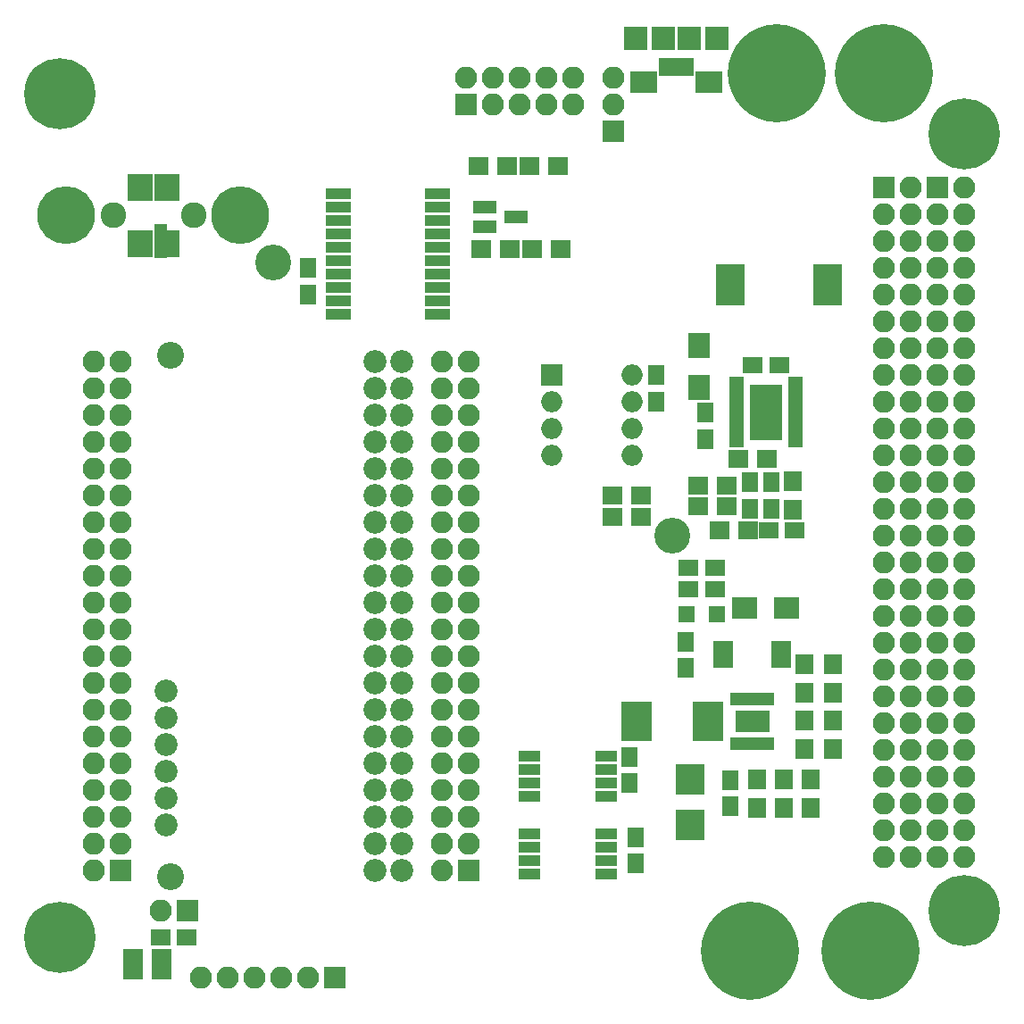
<source format=gbr>
G04 #@! TF.FileFunction,Soldermask,Top*
%FSLAX46Y46*%
G04 Gerber Fmt 4.6, Leading zero omitted, Abs format (unit mm)*
G04 Created by KiCad (PCBNEW 4.0.7) date 11/09/17 22:03:39*
%MOMM*%
%LPD*%
G01*
G04 APERTURE LIST*
%ADD10C,0.100000*%
%ADD11R,2.700000X4.000000*%
%ADD12R,2.100000X2.100000*%
%ADD13O,2.100000X2.100000*%
%ADD14R,1.650000X1.900000*%
%ADD15R,1.900000X1.650000*%
%ADD16R,2.700000X2.900000*%
%ADD17R,2.900000X3.700000*%
%ADD18R,1.650000X1.620000*%
%ADD19C,9.290000*%
%ADD20R,0.800000X1.750000*%
%ADD21R,2.500000X2.000000*%
%ADD22R,2.300000X2.300000*%
%ADD23C,3.400000*%
%ADD24R,1.900000X2.600000*%
%ADD25C,2.178000*%
%ADD26C,2.550000*%
%ADD27R,2.300000X1.200000*%
%ADD28R,1.900000X1.700000*%
%ADD29R,2.100000X2.400000*%
%ADD30R,1.700000X1.900000*%
%ADD31R,2.400000X2.100000*%
%ADD32R,2.350000X1.000000*%
%ADD33R,2.100000X1.050000*%
%ADD34R,2.000000X2.000000*%
%ADD35O,2.000000X2.000000*%
%ADD36R,0.819100X1.289000*%
%ADD37R,3.244800X2.051000*%
%ADD38R,1.960000X1.050000*%
%ADD39R,1.450000X0.850000*%
%ADD40R,3.140000X5.350000*%
%ADD41C,5.480000*%
%ADD42C,2.432000*%
%ADD43R,1.300000X2.650000*%
%ADD44R,1.300000X3.200000*%
%ADD45C,6.750000*%
G04 APERTURE END LIST*
D10*
D11*
X206646960Y-52679720D03*
X197446960Y-52679720D03*
D12*
X211952960Y-43408720D03*
D13*
X214492960Y-43408720D03*
X211952960Y-45948720D03*
X214492960Y-45948720D03*
X211952960Y-48488720D03*
X214492960Y-48488720D03*
X211952960Y-51028720D03*
X214492960Y-51028720D03*
X211952960Y-53568720D03*
X214492960Y-53568720D03*
X211952960Y-56108720D03*
X214492960Y-56108720D03*
X211952960Y-58648720D03*
X214492960Y-58648720D03*
X211952960Y-61188720D03*
X214492960Y-61188720D03*
X211952960Y-63728720D03*
X214492960Y-63728720D03*
X211952960Y-66268720D03*
X214492960Y-66268720D03*
X211952960Y-68808720D03*
X214492960Y-68808720D03*
X211952960Y-71348720D03*
X214492960Y-71348720D03*
X211952960Y-73888720D03*
X214492960Y-73888720D03*
X211952960Y-76428720D03*
X214492960Y-76428720D03*
X211952960Y-78968720D03*
X214492960Y-78968720D03*
X211952960Y-81508720D03*
X214492960Y-81508720D03*
X211952960Y-84048720D03*
X214492960Y-84048720D03*
X211952960Y-86588720D03*
X214492960Y-86588720D03*
X211952960Y-89128720D03*
X214492960Y-89128720D03*
X211952960Y-91668720D03*
X214492960Y-91668720D03*
X211952960Y-94208720D03*
X214492960Y-94208720D03*
X211952960Y-96748720D03*
X214492960Y-96748720D03*
X211952960Y-99288720D03*
X214492960Y-99288720D03*
X211952960Y-101828720D03*
X214492960Y-101828720D03*
X211952960Y-104368720D03*
X214492960Y-104368720D03*
X211952960Y-106908720D03*
X214492960Y-106908720D03*
D12*
X217032960Y-43408720D03*
D13*
X219572960Y-43408720D03*
X217032960Y-45948720D03*
X219572960Y-45948720D03*
X217032960Y-48488720D03*
X219572960Y-48488720D03*
X217032960Y-51028720D03*
X219572960Y-51028720D03*
X217032960Y-53568720D03*
X219572960Y-53568720D03*
X217032960Y-56108720D03*
X219572960Y-56108720D03*
X217032960Y-58648720D03*
X219572960Y-58648720D03*
X217032960Y-61188720D03*
X219572960Y-61188720D03*
X217032960Y-63728720D03*
X219572960Y-63728720D03*
X217032960Y-66268720D03*
X219572960Y-66268720D03*
X217032960Y-68808720D03*
X219572960Y-68808720D03*
X217032960Y-71348720D03*
X219572960Y-71348720D03*
X217032960Y-73888720D03*
X219572960Y-73888720D03*
X217032960Y-76428720D03*
X219572960Y-76428720D03*
X217032960Y-78968720D03*
X219572960Y-78968720D03*
X217032960Y-81508720D03*
X219572960Y-81508720D03*
X217032960Y-84048720D03*
X219572960Y-84048720D03*
X217032960Y-86588720D03*
X219572960Y-86588720D03*
X217032960Y-89128720D03*
X219572960Y-89128720D03*
X217032960Y-91668720D03*
X219572960Y-91668720D03*
X217032960Y-94208720D03*
X219572960Y-94208720D03*
X217032960Y-96748720D03*
X219572960Y-96748720D03*
X217032960Y-99288720D03*
X219572960Y-99288720D03*
X217032960Y-101828720D03*
X219572960Y-101828720D03*
X217032960Y-104368720D03*
X219572960Y-104368720D03*
X217032960Y-106908720D03*
X219572960Y-106908720D03*
D14*
X157342960Y-51048720D03*
X157342960Y-53548720D03*
X190362960Y-61208720D03*
X190362960Y-63708720D03*
X188457960Y-105023720D03*
X188457960Y-107523720D03*
X187822960Y-97403720D03*
X187822960Y-99903720D03*
D15*
X143392960Y-114528720D03*
X145892960Y-114528720D03*
X199546960Y-60299720D03*
X202046960Y-60299720D03*
D14*
X195061960Y-64764720D03*
X195061960Y-67264720D03*
X197421628Y-99636766D03*
X197421628Y-102136766D03*
X193156960Y-88981720D03*
X193156960Y-86481720D03*
D15*
X195971960Y-79526721D03*
X193471960Y-79526721D03*
X195971960Y-81518760D03*
X193471960Y-81518760D03*
X201050960Y-75920720D03*
X203550960Y-75920720D03*
D14*
X201284960Y-73868720D03*
X201284960Y-71368720D03*
X199252960Y-71368720D03*
X199252960Y-73868720D03*
D16*
X193611628Y-99551720D03*
X193611628Y-103851720D03*
D17*
X195286960Y-94081720D03*
X188486960Y-94081720D03*
D18*
X193231240Y-83921720D03*
X196181240Y-83921720D03*
D12*
X172328960Y-35534720D03*
D13*
X172328960Y-32994720D03*
X174868960Y-35534720D03*
X174868960Y-32994720D03*
X177408960Y-35534720D03*
X177408960Y-32994720D03*
X179948960Y-35534720D03*
X179948960Y-32994720D03*
X182488960Y-35534720D03*
X182488960Y-32994720D03*
D12*
X186298960Y-38074720D03*
D13*
X186298960Y-35534720D03*
X186298960Y-32994720D03*
D12*
X139562960Y-108178720D03*
D13*
X137022960Y-108178720D03*
X139562960Y-105638720D03*
X137022960Y-105638720D03*
X139562960Y-103098720D03*
X137022960Y-103098720D03*
X139562960Y-100558720D03*
X137022960Y-100558720D03*
X139562960Y-98018720D03*
X137022960Y-98018720D03*
X139562960Y-95478720D03*
X137022960Y-95478720D03*
X139562960Y-92938720D03*
X137022960Y-92938720D03*
X139562960Y-90398720D03*
X137022960Y-90398720D03*
X139562960Y-87858720D03*
X137022960Y-87858720D03*
X139562960Y-85318720D03*
X137022960Y-85318720D03*
X139562960Y-82778720D03*
X137022960Y-82778720D03*
X139562960Y-80238720D03*
X137022960Y-80238720D03*
X139562960Y-77698720D03*
X137022960Y-77698720D03*
X139562960Y-75158720D03*
X137022960Y-75158720D03*
X139562960Y-72618720D03*
X137022960Y-72618720D03*
X139562960Y-70078720D03*
X137022960Y-70078720D03*
X139562960Y-67538720D03*
X137022960Y-67538720D03*
X139562960Y-64998720D03*
X137022960Y-64998720D03*
X139562960Y-62458720D03*
X137022960Y-62458720D03*
X139562960Y-59918720D03*
X137022960Y-59918720D03*
D12*
X159882960Y-118338720D03*
D13*
X157342960Y-118338720D03*
X154802960Y-118338720D03*
X152262960Y-118338720D03*
X149722960Y-118338720D03*
X147182960Y-118338720D03*
D12*
X172582960Y-108178720D03*
D13*
X170042960Y-108178720D03*
X172582960Y-105638720D03*
X170042960Y-105638720D03*
X172582960Y-103098720D03*
X170042960Y-103098720D03*
X172582960Y-100558720D03*
X170042960Y-100558720D03*
X172582960Y-98018720D03*
X170042960Y-98018720D03*
X172582960Y-95478720D03*
X170042960Y-95478720D03*
X172582960Y-92938720D03*
X170042960Y-92938720D03*
X172582960Y-90398720D03*
X170042960Y-90398720D03*
X172582960Y-87858720D03*
X170042960Y-87858720D03*
X172582960Y-85318720D03*
X170042960Y-85318720D03*
X172582960Y-82778720D03*
X170042960Y-82778720D03*
X172582960Y-80238720D03*
X170042960Y-80238720D03*
X172582960Y-77698720D03*
X170042960Y-77698720D03*
X172582960Y-75158720D03*
X170042960Y-75158720D03*
X172582960Y-72618720D03*
X170042960Y-72618720D03*
X172582960Y-70078720D03*
X170042960Y-70078720D03*
X172582960Y-67538720D03*
X170042960Y-67538720D03*
X172582960Y-64998720D03*
X170042960Y-64998720D03*
X172582960Y-62458720D03*
X170042960Y-62458720D03*
X172582960Y-59918720D03*
X170042960Y-59918720D03*
D19*
X199252960Y-115798720D03*
X210682960Y-115798720D03*
X201792960Y-32613720D03*
X211952960Y-32613720D03*
D20*
X193582960Y-31978720D03*
X192932960Y-31978720D03*
X192282960Y-31978720D03*
X191632960Y-31978720D03*
X190982960Y-31978720D03*
D21*
X195382960Y-33453720D03*
D22*
X196132960Y-29303720D03*
X193482960Y-29303720D03*
X191082960Y-29303720D03*
X188432960Y-29303720D03*
D21*
X189182960Y-33453720D03*
D23*
X191886960Y-76428720D03*
D12*
X145912960Y-111988720D03*
D13*
X143372960Y-111988720D03*
D23*
X154040960Y-50520720D03*
D24*
X202256960Y-87731720D03*
X196756960Y-87731720D03*
D25*
X163692960Y-108178720D03*
X166232960Y-108178720D03*
X163692960Y-105638720D03*
X166232960Y-105638720D03*
X163692960Y-103098720D03*
X166232960Y-103098720D03*
X163692960Y-100558720D03*
X166232960Y-100558720D03*
X163692960Y-98018720D03*
X166232960Y-98018720D03*
X163692960Y-95478720D03*
X166232960Y-95478720D03*
X163692960Y-92938720D03*
X166232960Y-92938720D03*
X163692960Y-90398720D03*
X166232960Y-90398720D03*
X163692960Y-87858720D03*
X166232960Y-87858720D03*
X163692960Y-85318720D03*
X166232960Y-85318720D03*
X163692960Y-82778720D03*
X166232960Y-82778720D03*
X163692960Y-80238720D03*
X166232960Y-80238720D03*
X163692960Y-77698720D03*
X166232960Y-77698720D03*
X163692960Y-75158720D03*
X166232960Y-75158720D03*
X163692960Y-72618720D03*
X166232960Y-72618720D03*
X163692960Y-70078720D03*
X166232960Y-70078720D03*
X163692960Y-67538720D03*
X166232960Y-67538720D03*
X163692960Y-64998720D03*
X166232960Y-64998720D03*
X163692960Y-62458720D03*
X166232960Y-62458720D03*
X163692960Y-59918720D03*
X166232960Y-59918720D03*
X143912960Y-103868720D03*
X143912960Y-101328720D03*
X143912960Y-98788720D03*
X143912960Y-96248720D03*
X143912960Y-93708720D03*
X143912960Y-91168720D03*
D26*
X144312960Y-108748720D03*
X144312960Y-59348720D03*
D27*
X174130960Y-45252720D03*
X174130960Y-47152720D03*
X177130960Y-46202720D03*
D28*
X181298960Y-49250720D03*
X178598960Y-49250720D03*
X173772960Y-49250720D03*
X176472960Y-49250720D03*
X178344960Y-41376720D03*
X181044960Y-41376720D03*
X176218960Y-41376720D03*
X173518960Y-41376720D03*
X186218960Y-74650720D03*
X188918960Y-74650720D03*
X186218960Y-72618720D03*
X188918960Y-72618720D03*
X198156960Y-69189720D03*
X200856960Y-69189720D03*
D29*
X194426960Y-62394720D03*
X194426960Y-58394720D03*
D28*
X194346960Y-73634720D03*
X197046960Y-73634720D03*
X199078960Y-75920720D03*
X196378960Y-75920720D03*
D30*
X199961628Y-99536766D03*
X199961628Y-102236766D03*
X202501628Y-102236766D03*
X202501628Y-99536766D03*
X205041628Y-99536766D03*
X205041628Y-102236766D03*
X204461960Y-94001720D03*
X204461960Y-96701720D03*
X207126960Y-94001720D03*
X207126960Y-96701720D03*
X207126960Y-88676721D03*
X207126960Y-91376721D03*
X204461960Y-88676721D03*
X204461960Y-91376721D03*
D31*
X198776960Y-83276680D03*
X202776960Y-83276680D03*
D30*
X203316960Y-71268720D03*
X203316960Y-73968720D03*
D28*
X194346960Y-71729720D03*
X197046960Y-71729720D03*
D32*
X160262960Y-44043720D03*
X160262960Y-45313720D03*
X160262960Y-46583720D03*
X160262960Y-47853720D03*
X160262960Y-49123720D03*
X160262960Y-50393720D03*
X160262960Y-51663720D03*
X160262960Y-52933720D03*
X160262960Y-54203720D03*
X160262960Y-55473720D03*
X169662960Y-55473720D03*
X169662960Y-54203720D03*
X169662960Y-52933720D03*
X169662960Y-51663720D03*
X169662960Y-50393720D03*
X169662960Y-49123720D03*
X169662960Y-47853720D03*
X169662960Y-46583720D03*
X169662960Y-45313720D03*
X169662960Y-44043720D03*
D33*
X178330960Y-104749720D03*
X178330960Y-106019720D03*
X178330960Y-107289720D03*
X178330960Y-108559720D03*
X185630960Y-108559720D03*
X185630960Y-107289720D03*
X185630960Y-106019720D03*
X185630960Y-104749720D03*
X178330960Y-97383720D03*
X178330960Y-98653720D03*
X178330960Y-99923720D03*
X178330960Y-101193720D03*
X185630960Y-101193720D03*
X185630960Y-99923720D03*
X185630960Y-98653720D03*
X185630960Y-97383720D03*
D34*
X180456960Y-61188720D03*
D35*
X188076960Y-68808720D03*
X180456960Y-63728720D03*
X188076960Y-66268720D03*
X180456960Y-66268720D03*
X188076960Y-63728720D03*
X180456960Y-68808720D03*
X188076960Y-61188720D03*
D36*
X197881360Y-96202620D03*
X198531600Y-96202620D03*
X199181840Y-96202620D03*
X199832080Y-96202620D03*
X200482320Y-96202620D03*
X201132560Y-96202620D03*
X201132560Y-91960820D03*
X200482320Y-91960820D03*
X199832080Y-91960820D03*
X199181840Y-91960820D03*
X198531600Y-91960820D03*
X197881360Y-91960820D03*
D37*
X199506960Y-94081720D03*
D38*
X140752960Y-116118720D03*
X140752960Y-117068720D03*
X140752960Y-118018720D03*
X143452960Y-118018720D03*
X143452960Y-116118720D03*
X143452960Y-117068720D03*
D39*
X197976960Y-61819720D03*
X197976960Y-62469720D03*
X197976960Y-63119720D03*
X197976960Y-63769720D03*
X197976960Y-64419720D03*
X197976960Y-65069720D03*
X197976960Y-65719720D03*
X197976960Y-66369720D03*
X197976960Y-67019720D03*
X197976960Y-67669720D03*
X203576960Y-67669720D03*
X203576960Y-67019720D03*
X203576960Y-66369720D03*
X203576960Y-65719720D03*
X203576960Y-65069720D03*
X203576960Y-64419720D03*
X203576960Y-63769720D03*
X203576960Y-63119720D03*
X203576960Y-62469720D03*
X203576960Y-61819720D03*
D40*
X200776960Y-64744720D03*
D41*
X134467960Y-46083720D03*
D42*
X138912960Y-46083720D03*
D43*
X144622960Y-43408720D03*
X143372960Y-43408720D03*
X142072960Y-43408720D03*
X140822960Y-43408720D03*
X140822960Y-48758720D03*
X142072960Y-48758720D03*
D44*
X143372960Y-48483720D03*
D43*
X144622960Y-48758720D03*
D42*
X146532960Y-46083720D03*
D41*
X150977960Y-46083720D03*
D45*
X133847960Y-34518720D03*
X219572960Y-38328720D03*
X133847960Y-114528720D03*
X219572960Y-111988720D03*
M02*

</source>
